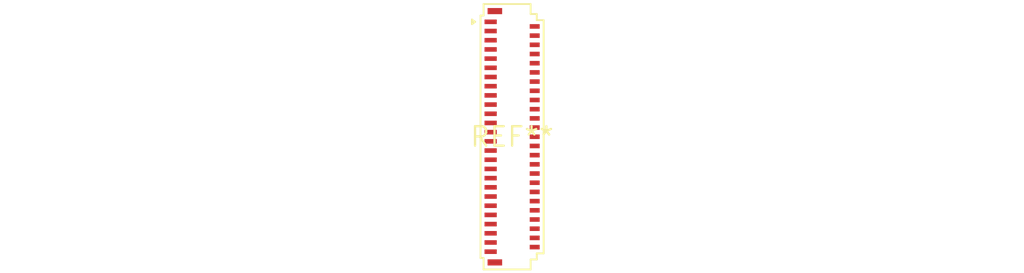
<source format=kicad_pcb>
(kicad_pcb (version 20240108) (generator pcbnew)
  (layers (0 "F.Cu" signal) (31 "B.Cu" signal) (34 "B.Paste" user) (35 "F.Paste" user) (36 "B.SilkS" user "B.Silkscreen") (37 "F.SilkS" user "F.Silkscreen") (38 "B.Mask" user) (39 "F.Mask" user) (44 "Edge.Cuts" user))
  (net 0 "")
  (footprint "Hirose_FH26-51S-0.3SHW_2Rows-51Pins-1MP_P0.60mm_Horizontal" (layer "F.Cu") (at 0 0)
    (property "Reference" "REF**")
    (property "Value" "Hirose_FH26-51S-0.3SHW_2Rows-51Pins-1MP_P0.60mm_Horizontal")
    (fp_line (start -2.622132 -7.65) (end -2.41 -7.5) (layer "F.SilkS") (stroke (width 0.12)))
    (fp_line (start -2.622132 -7.35) (end -2.622132 -7.65) (layer "F.SilkS") (stroke (width 0.12)))
    (fp_line (start -2.41 -7.5) (end -2.622132 -7.35) (layer "F.SilkS") (stroke (width 0.12)))
    (fp_line (start -2.06 -7.91) (end -2.06 0) (layer "F.SilkS") (stroke (width 0.12)))
    (fp_line (start -2.06 7.91) (end -2.06 0) (layer "F.SilkS") (stroke (width 0.12)))
    (fp_line (start -1.86 -8.66) (end -1.86 -7.91) (layer "F.SilkS") (stroke (width 0.12)))
    (fp_line (start -1.86 -7.91) (end -2.06 -7.91) (layer "F.SilkS") (stroke (width 0.12)))
    (fp_line (start -1.86 7.91) (end -2.06 7.91) (layer "F.SilkS") (stroke (width 0.12)))
    (fp_line (start -1.86 8.66) (end -1.86 7.91) (layer "F.SilkS") (stroke (width 0.12)))
    (fp_line (start 1.21 -8.66) (end -1.86 -8.66) (layer "F.SilkS") (stroke (width 0.12)))
    (fp_line (start 1.21 -8.01) (end 1.21 -8.66) (layer "F.SilkS") (stroke (width 0.12)))
    (fp_line (start 1.21 8.01) (end 1.21 8.66) (layer "F.SilkS") (stroke (width 0.12)))
    (fp_line (start 1.21 8.66) (end -1.86 8.66) (layer "F.SilkS") (stroke (width 0.12)))
    (fp_line (start 1.61 -8.01) (end 1.21 -8.01) (layer "F.SilkS") (stroke (width 0.12)))
    (fp_line (start 1.61 -7.61) (end 1.61 -8.01) (layer "F.SilkS") (stroke (width 0.12)))
    (fp_line (start 1.61 7.61) (end 1.61 8.01) (layer "F.SilkS") (stroke (width 0.12)))
    (fp_line (start 1.61 8.01) (end 1.21 8.01) (layer "F.SilkS") (stroke (width 0.12)))
    (fp_line (start 2.06 -7.61) (end 1.61 -7.61) (layer "F.SilkS") (stroke (width 0.12)))
    (fp_line (start 2.06 0) (end 2.06 -7.61) (layer "F.SilkS") (stroke (width 0.12)))
    (fp_line (start 2.06 0) (end 2.06 7.61) (layer "F.SilkS") (stroke (width 0.12)))
    (fp_line (start 2.06 7.61) (end 1.61 7.61) (layer "F.SilkS") (stroke (width 0.12)))
    (pad "1" smd rect (at -1.4 -7.5) (size 0.8 0.3) (layers "F.Cu" "F.Paste" "F.Mask"))
    (pad "2" smd rect (at 1.475 -7.2) (size 0.65 0.3) (layers "F.Cu" "F.Paste" "F.Mask"))
    (pad "3" smd rect (at -1.4 -6.9) (size 0.8 0.3) (layers "F.Cu" "F.Paste" "F.Mask"))
    (pad "4" smd rect (at 1.475 -6.6) (size 0.65 0.3) (layers "F.Cu" "F.Paste" "F.Mask"))
    (pad "5" smd rect (at -1.4 -6.3) (size 0.8 0.3) (layers "F.Cu" "F.Paste" "F.Mask"))
    (pad "6" smd rect (at 1.475 -6) (size 0.65 0.3) (layers "F.Cu" "F.Paste" "F.Mask"))
    (pad "7" smd rect (at -1.4 -5.7) (size 0.8 0.3) (layers "F.Cu" "F.Paste" "F.Mask"))
    (pad "8" smd rect (at 1.475 -5.4) (size 0.65 0.3) (layers "F.Cu" "F.Paste" "F.Mask"))
    (pad "9" smd rect (at -1.4 -5.1) (size 0.8 0.3) (layers "F.Cu" "F.Paste" "F.Mask"))
    (pad "10" smd rect (at 1.475 -4.8) (size 0.65 0.3) (layers "F.Cu" "F.Paste" "F.Mask"))
    (pad "11" smd rect (at -1.4 -4.5) (size 0.8 0.3) (layers "F.Cu" "F.Paste" "F.Mask"))
    (pad "12" smd rect (at 1.475 -4.2) (size 0.65 0.3) (layers "F.Cu" "F.Paste" "F.Mask"))
    (pad "13" smd rect (at -1.4 -3.9) (size 0.8 0.3) (layers "F.Cu" "F.Paste" "F.Mask"))
    (pad "14" smd rect (at 1.475 -3.6) (size 0.65 0.3) (layers "F.Cu" "F.Paste" "F.Mask"))
    (pad "15" smd rect (at -1.4 -3.3) (size 0.8 0.3) (layers "F.Cu" "F.Paste" "F.Mask"))
    (pad "16" smd rect (at 1.475 -3) (size 0.65 0.3) (layers "F.Cu" "F.Paste" "F.Mask"))
    (pad "17" smd rect (at -1.4 -2.7) (size 0.8 0.3) (layers "F.Cu" "F.Paste" "F.Mask"))
    (pad "18" smd rect (at 1.475 -2.4) (size 0.65 0.3) (layers "F.Cu" "F.Paste" "F.Mask"))
    (pad "19" smd rect (at -1.4 -2.1) (size 0.8 0.3) (layers "F.Cu" "F.Paste" "F.Mask"))
    (pad "20" smd rect (at 1.475 -1.8) (size 0.65 0.3) (layers "F.Cu" "F.Paste" "F.Mask"))
    (pad "21" smd rect (at -1.4 -1.5) (size 0.8 0.3) (layers "F.Cu" "F.Paste" "F.Mask"))
    (pad "22" smd rect (at 1.475 -1.2) (size 0.65 0.3) (layers "F.Cu" "F.Paste" "F.Mask"))
    (pad "23" smd rect (at -1.4 -0.9) (size 0.8 0.3) (layers "F.Cu" "F.Paste" "F.Mask"))
    (pad "24" smd rect (at 1.475 -0.6) (size 0.65 0.3) (layers "F.Cu" "F.Paste" "F.Mask"))
    (pad "25" smd rect (at -1.4 -0.3) (size 0.8 0.3) (layers "F.Cu" "F.Paste" "F.Mask"))
    (pad "26" smd rect (at 1.475 0) (size 0.65 0.3) (layers "F.Cu" "F.Paste" "F.Mask"))
    (pad "27" smd rect (at -1.4 0.3) (size 0.8 0.3) (layers "F.Cu" "F.Paste" "F.Mask"))
    (pad "28" smd rect (at 1.475 0.6) (size 0.65 0.3) (layers "F.Cu" "F.Paste" "F.Mask"))
    (pad "29" smd rect (at -1.4 0.9) (size 0.8 0.3) (layers "F.Cu" "F.Paste" "F.Mask"))
    (pad "30" smd rect (at 1.475 1.2) (size 0.65 0.3) (layers "F.Cu" "F.Paste" "F.Mask"))
    (pad "31" smd rect (at -1.4 1.5) (size 0.8 0.3) (layers "F.Cu" "F.Paste" "F.Mask"))
    (pad "32" smd rect (at 1.475 1.8) (size 0.65 0.3) (layers "F.Cu" "F.Paste" "F.Mask"))
    (pad "33" smd rect (at -1.4 2.1) (size 0.8 0.3) (layers "F.Cu" "F.Paste" "F.Mask"))
    (pad "34" smd rect (at 1.475 2.4) (size 0.65 0.3) (layers "F.Cu" "F.Paste" "F.Mask"))
    (pad "35" smd rect (at -1.4 2.7) (size 0.8 0.3) (layers "F.Cu" "F.Paste" "F.Mask"))
    (pad "36" smd rect (at 1.475 3) (size 0.65 0.3) (layers "F.Cu" "F.Paste" "F.Mask"))
    (pad "37" smd rect (at -1.4 3.3) (size 0.8 0.3) (layers "F.Cu" "F.Paste" "F.Mask"))
    (pad "38" smd rect (at 1.475 3.6) (size 0.65 0.3) (layers "F.Cu" "F.Paste" "F.Mask"))
    (pad "39" smd rect (at -1.4 3.9) (size 0.8 0.3) (layers "F.Cu" "F.Paste" "F.Mask"))
    (pad "40" smd rect (at 1.475 4.2) (size 0.65 0.3) (layers "F.Cu" "F.Paste" "F.Mask"))
    (pad "41" smd rect (at -1.4 4.5) (size 0.8 0.3) (layers "F.Cu" "F.Paste" "F.Mask"))
    (pad "42" smd rect (at 1.475 4.8) (size 0.65 0.3) (layers "F.Cu" "F.Paste" "F.Mask"))
    (pad "43" smd rect (at -1.4 5.1) (size 0.8 0.3) (layers "F.Cu" "F.Paste" "F.Mask"))
    (pad "44" smd rect (at 1.475 5.4) (size 0.65 0.3) (layers "F.Cu" "F.Paste" "F.Mask"))
    (pad "45" smd rect (at -1.4 5.7) (size 0.8 0.3) (layers "F.Cu" "F.Paste" "F.Mask"))
    (pad "46" smd rect (at 1.475 6) (size 0.65 0.3) (layers "F.Cu" "F.Paste" "F.Mask"))
    (pad "47" smd rect (at -1.4 6.3) (size 0.8 0.3) (layers "F.Cu" "F.Paste" "F.Mask"))
    (pad "48" smd rect (at 1.475 6.6) (size 0.65 0.3) (layers "F.Cu" "F.Paste" "F.Mask"))
    (pad "49" smd rect (at -1.4 6.9) (size 0.8 0.3) (layers "F.Cu" "F.Paste" "F.Mask"))
    (pad "50" smd rect (at 1.475 7.2) (size 0.65 0.3) (layers "F.Cu" "F.Paste" "F.Mask"))
    (pad "51" smd rect (at -1.4 7.5) (size 0.8 0.3) (layers "F.Cu" "F.Paste" "F.Mask"))
    (pad "MP" smd rect (at -1.125 -8.2) (size 0.95 0.4) (layers "F.Cu" "F.Paste" "F.Mask"))
    (pad "MP" smd rect (at -1.125 8.2) (size 0.95 0.4) (layers "F.Cu" "F.Paste" "F.Mask"))
  )
)
</source>
